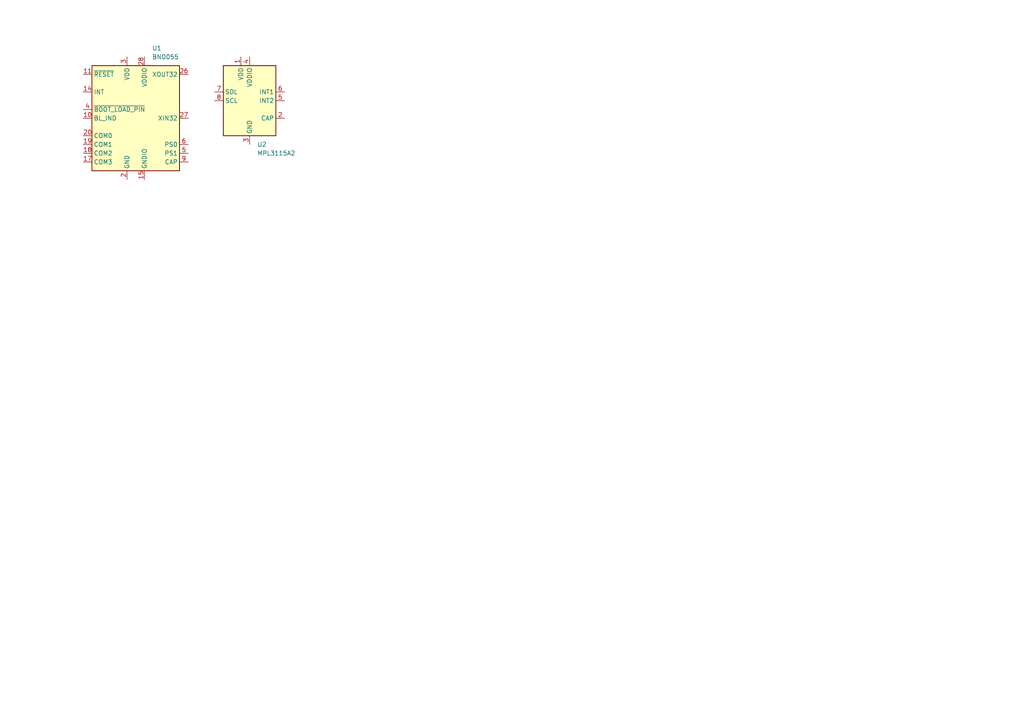
<source format=kicad_sch>
(kicad_sch (version 20231120) (generator "eeschema") (generator_version "8.0")
  (paper "A4")
  (lib_symbols
    (symbol "Sensor_Motion:BNO055"
      (property "Reference" "U" (at -11.43 16.51 0))
      (property "Value" "BNO055" (at 12.7 16.51 0))
      (symbol "BNO055_0_1"
        (rectangle (start -12.7 15.24) (end 12.7 -15.24) (stroke (width 0.254)) (fill (type background)))
      )
      (symbol "BNO055_1_1"
        (pin no_connect line (at -12.7 10.16 0) (length 2.54) hide (name "PIN1") (number "1"))
        (pin output line (at -15.24 0 0) (length 2.54) (name "BL_IND") (number "10"))
        (pin input line (at -15.24 12.7 0) (length 2.54) (name "~{RESET}") (number "11"))
        (pin no_connect line (at 12.7 10.16 180) (length 2.54) hide (name "PIN12") (number "12"))
        (pin no_connect line (at 12.7 7.62 180) (length 2.54) hide (name "PIN13") (number "13"))
        (pin output line (at -15.24 7.62 0) (length 2.54) (name "INT") (number "14"))
        (pin power_in line (at 2.54 -17.78 90) (length 2.54) (name "GNDIO") (number "15"))
        (pin passive line (at 2.54 -17.78 90) (length 2.54) hide (name "GNDIO") (number "16"))
        (pin input line (at -15.24 -12.7 0) (length 2.54) (name "COM3") (number "17"))
        (pin passive line (at -15.24 -10.16 0) (length 2.54) (name "COM2") (number "18"))
        (pin bidirectional line (at -15.24 -7.62 0) (length 2.54) (name "COM1") (number "19"))
        (pin power_in line (at -2.54 -17.78 90) (length 2.54) (name "GND") (number "2"))
        (pin bidirectional line (at -15.24 -5.08 0) (length 2.54) (name "COM0") (number "20"))
        (pin no_connect line (at 12.7 5.08 180) (length 2.54) hide (name "PIN21") (number "21"))
        (pin no_connect line (at 12.7 2.54 180) (length 2.54) hide (name "PIN22") (number "22"))
        (pin no_connect line (at 12.7 -2.54 180) (length 2.54) hide (name "PIN23") (number "23"))
        (pin no_connect line (at 12.7 -5.08 180) (length 2.54) hide (name "PIN24") (number "24"))
        (pin passive line (at 2.54 -17.78 90) (length 2.54) hide (name "GNDIO") (number "25"))
        (pin output line (at 15.24 12.7 180) (length 2.54) (name "XOUT32") (number "26"))
        (pin input line (at 15.24 0 180) (length 2.54) (name "XIN32") (number "27"))
        (pin power_in line (at 2.54 17.78 270) (length 2.54) (name "VDDIO") (number "28"))
        (pin power_in line (at -2.54 17.78 270) (length 2.54) (name "VDD") (number "3"))
        (pin input line (at -15.24 2.54 0) (length 2.54) (name "~{BOOT_LOAD_PIN}") (number "4"))
        (pin input line (at 15.24 -10.16 180) (length 2.54) (name "PS1") (number "5"))
        (pin input line (at 15.24 -7.62 180) (length 2.54) (name "PS0") (number "6"))
        (pin no_connect line (at -12.7 5.08 0) (length 2.54) hide (name "PIN7") (number "7"))
        (pin no_connect line (at -12.7 -2.54 0) (length 2.54) hide (name "PIN8") (number "8"))
        (pin passive line (at 15.24 -12.7 180) (length 2.54) (name "CAP") (number "9"))
      )
    )
    (symbol "Sensor_Pressure:MPL3115A2"
      (property "Reference" "U" (at -6.35 11.43 0))
      (property "Value" "MPL3115A2" (at 6.35 11.43 0))
      (symbol "MPL3115A2_0_1"
        (rectangle (start 7.62 10.16) (end -7.62 -10.16) (stroke (width 0.254)) (fill (type background)))
      )
      (symbol "MPL3115A2_1_1"
        (pin power_in line (at -2.54 12.7 270) (length 2.54) (name "VDD") (number "1"))
        (pin passive line (at 10.16 -5.08 180) (length 2.54) (name "CAP") (number "2"))
        (pin power_in line (at 0 -12.7 90) (length 2.54) (name "GND") (number "3"))
        (pin power_in line (at 0 12.7 270) (length 2.54) (name "VDDIO") (number "4"))
        (pin open_collector line (at 10.16 0 180) (length 2.54) (name "INT2") (number "5"))
        (pin open_collector line (at 10.16 2.54 180) (length 2.54) (name "INT1") (number "6"))
        (pin bidirectional line (at -10.16 2.54 0) (length 2.54) (name "SDL") (number "7"))
        (pin input line (at -10.16 0 0) (length 2.54) (name "SCL") (number "8"))
      )
    )
  )
  (symbol (lib_id "Sensor_Motion:BNO055") (at 39.37 34.29 0) (unit 1)
    (property "Reference" "U1" (at 44.1041 13.97 0) (effects (justify left)))
    (property "Value" "BNO055" (at 44.1041 16.51 0) (effects (justify left)))
    (property "Footprint" "Package_LGA:LGA-28_5.2x3.8mm_P0.5mm" (effects (hide yes)))
    (property "Datasheet" "https://www.bosch-sensortec.com/media/boschsensortec/downloads/datasheets/bst-bno055-ds000.pdf" (effects (hide yes)))
    (property "Description" "Intelligent 9-axis absolute orientation sensor, LGA-28" (effects (hide yes)))
  )
  (symbol (lib_id "Sensor_Pressure:MPL3115A2") (at 72.39 29.21 0) (unit 1)
    (property "Reference" "U2" (at 74.5841 41.91 0) (effects (justify left)))
    (property "Value" "MPL3115A2" (at 74.5841 44.45 0) (effects (justify left)))
    (property "Footprint" "Package_LGA:NXP_LGA-8_3x5mm_P1.25mm_H1.1mm" (effects (hide yes)))
    (property "Datasheet" "https://www.nxp.com/docs/en/data-sheet/MPL3115A2.pdf" (effects (hide yes)))
    (property "Description" "I2C precision pressure sensor with altimetry, LGA-8" (effects (hide yes)))
  )
)
</source>
